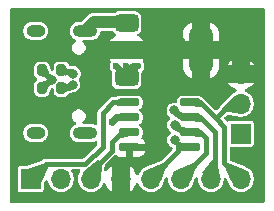
<source format=gtl>
G04 #@! TF.GenerationSoftware,KiCad,Pcbnew,9.0.3*
G04 #@! TF.CreationDate,2025-08-03T15:19:36-04:00*
G04 #@! TF.ProjectId,CH32V003J4M6,43483332-5630-4303-934a-344d362e6b69,rev?*
G04 #@! TF.SameCoordinates,Original*
G04 #@! TF.FileFunction,Copper,L1,Top*
G04 #@! TF.FilePolarity,Positive*
%FSLAX46Y46*%
G04 Gerber Fmt 4.6, Leading zero omitted, Abs format (unit mm)*
G04 Created by KiCad (PCBNEW 9.0.3) date 2025-08-03 15:19:36*
%MOMM*%
%LPD*%
G01*
G04 APERTURE LIST*
G04 Aperture macros list*
%AMRoundRect*
0 Rectangle with rounded corners*
0 $1 Rounding radius*
0 $2 $3 $4 $5 $6 $7 $8 $9 X,Y pos of 4 corners*
0 Add a 4 corners polygon primitive as box body*
4,1,4,$2,$3,$4,$5,$6,$7,$8,$9,$2,$3,0*
0 Add four circle primitives for the rounded corners*
1,1,$1+$1,$2,$3*
1,1,$1+$1,$4,$5*
1,1,$1+$1,$6,$7*
1,1,$1+$1,$8,$9*
0 Add four rect primitives between the rounded corners*
20,1,$1+$1,$2,$3,$4,$5,0*
20,1,$1+$1,$4,$5,$6,$7,0*
20,1,$1+$1,$6,$7,$8,$9,0*
20,1,$1+$1,$8,$9,$2,$3,0*%
G04 Aperture macros list end*
G04 #@! TA.AperFunction,SMDPad,CuDef*
%ADD10RoundRect,0.375000X-0.625000X-0.375000X0.625000X-0.375000X0.625000X0.375000X-0.625000X0.375000X0*%
G04 #@! TD*
G04 #@! TA.AperFunction,SMDPad,CuDef*
%ADD11RoundRect,0.500000X-0.500000X-1.400000X0.500000X-1.400000X0.500000X1.400000X-0.500000X1.400000X0*%
G04 #@! TD*
G04 #@! TA.AperFunction,SMDPad,CuDef*
%ADD12RoundRect,0.200000X0.200000X0.275000X-0.200000X0.275000X-0.200000X-0.275000X0.200000X-0.275000X0*%
G04 #@! TD*
G04 #@! TA.AperFunction,ComponentPad*
%ADD13R,1.700000X1.700000*%
G04 #@! TD*
G04 #@! TA.AperFunction,ComponentPad*
%ADD14O,1.700000X1.700000*%
G04 #@! TD*
G04 #@! TA.AperFunction,SMDPad,CuDef*
%ADD15RoundRect,0.150000X-0.725000X-0.150000X0.725000X-0.150000X0.725000X0.150000X-0.725000X0.150000X0*%
G04 #@! TD*
G04 #@! TA.AperFunction,ComponentPad*
%ADD16O,1.600000X1.000000*%
G04 #@! TD*
G04 #@! TA.AperFunction,ComponentPad*
%ADD17O,2.100000X1.000000*%
G04 #@! TD*
G04 #@! TA.AperFunction,ViaPad*
%ADD18C,0.600000*%
G04 #@! TD*
G04 #@! TA.AperFunction,ViaPad*
%ADD19C,0.800000*%
G04 #@! TD*
G04 #@! TA.AperFunction,Conductor*
%ADD20C,0.400000*%
G04 #@! TD*
G04 #@! TA.AperFunction,Conductor*
%ADD21C,0.250000*%
G04 #@! TD*
G04 #@! TA.AperFunction,Conductor*
%ADD22C,0.600000*%
G04 #@! TD*
G04 #@! TA.AperFunction,Conductor*
%ADD23C,1.000000*%
G04 #@! TD*
G04 #@! TA.AperFunction,Conductor*
%ADD24C,0.550000*%
G04 #@! TD*
G04 APERTURE END LIST*
D10*
X150868733Y-97308112D03*
X150868733Y-99608112D03*
D11*
X157168733Y-99608112D03*
D10*
X150868733Y-101908112D03*
D12*
X145351000Y-102800000D03*
X143701000Y-102800000D03*
D13*
X160528000Y-106665000D03*
D14*
X160528000Y-104125000D03*
X160528000Y-101585000D03*
D12*
X145351000Y-101300000D03*
X143701000Y-101300000D03*
D13*
X142748000Y-110490000D03*
D14*
X145288000Y-110490000D03*
X147828000Y-110490000D03*
X150368000Y-110490000D03*
X152908000Y-110490000D03*
X155448000Y-110490000D03*
X157988000Y-110490000D03*
X160528000Y-110490000D03*
D15*
X151095000Y-104013000D03*
X151095000Y-105283000D03*
X151095000Y-106553000D03*
X151095000Y-107823000D03*
X156245000Y-107823000D03*
X156245000Y-106553000D03*
X156245000Y-105283000D03*
X156245000Y-104013000D03*
D16*
X143170000Y-106609966D03*
D17*
X147350000Y-106609966D03*
D16*
X143170000Y-97969966D03*
D17*
X147350000Y-97969966D03*
D18*
X149606000Y-105664000D03*
D19*
X144554521Y-102109127D03*
X154940000Y-107188000D03*
X154940000Y-105918000D03*
X154900000Y-104700000D03*
X146294640Y-102503437D03*
X146327000Y-101577000D03*
D18*
X155500000Y-99475000D03*
X155550000Y-98850000D03*
X155500000Y-100100000D03*
X150800000Y-100900000D03*
X150002000Y-100948000D03*
X151830429Y-100948000D03*
D20*
X148844000Y-107756000D02*
X147380000Y-109220000D01*
X151095000Y-104013000D02*
X149733000Y-104013000D01*
X147380000Y-109220000D02*
X144018000Y-109220000D01*
X144018000Y-109220000D02*
X142748000Y-110490000D01*
X149733000Y-104013000D02*
X148844000Y-104902000D01*
X148844000Y-104902000D02*
X148844000Y-107756000D01*
X149600000Y-107400000D02*
X150447000Y-106553000D01*
X150447000Y-106553000D02*
X151095000Y-106553000D01*
X149600000Y-108100000D02*
X149600000Y-107400000D01*
X147828000Y-110490000D02*
X147828000Y-109872000D01*
X147828000Y-109872000D02*
X149600000Y-108100000D01*
D21*
X144524873Y-102109127D02*
X143701000Y-102933000D01*
D22*
X151095000Y-105283000D02*
X149987000Y-105283000D01*
D23*
X150850000Y-97200000D02*
X148119966Y-97200000D01*
D21*
X144554521Y-102109127D02*
X144524873Y-102109127D01*
X143701000Y-101283000D02*
X143701000Y-101092000D01*
D22*
X149987000Y-105283000D02*
X149606000Y-105664000D01*
D21*
X144527127Y-102109127D02*
X143701000Y-101283000D01*
D23*
X148119966Y-97200000D02*
X147350000Y-97969966D01*
D21*
X144554521Y-102109127D02*
X144527127Y-102109127D01*
X143701000Y-102933000D02*
X143701000Y-103124000D01*
D20*
X155623000Y-107823000D02*
X156245000Y-107823000D01*
X155300000Y-107500000D02*
X155223000Y-107577000D01*
X155300000Y-107500000D02*
X155623000Y-107823000D01*
X155223000Y-107577000D02*
X155223000Y-108175000D01*
X155252000Y-107500000D02*
X154940000Y-107188000D01*
X155223000Y-108175000D02*
X152908000Y-110490000D01*
X155300000Y-107500000D02*
X155252000Y-107500000D01*
D21*
X154940000Y-105918000D02*
X154940000Y-106140000D01*
D20*
X156245000Y-106553000D02*
X157099000Y-106553000D01*
X157600000Y-107054000D02*
X157600000Y-108338000D01*
X157099000Y-106553000D02*
X157600000Y-107054000D01*
X155575000Y-106553000D02*
X156245000Y-106553000D01*
X154940000Y-105918000D02*
X155575000Y-106553000D01*
X157600000Y-108338000D02*
X155448000Y-110490000D01*
X154900000Y-104700000D02*
X155483000Y-105283000D01*
X155483000Y-105283000D02*
X156245000Y-105283000D01*
X156245000Y-105283000D02*
X157099000Y-105283000D01*
X158350000Y-110128000D02*
X157988000Y-110490000D01*
X157099000Y-105283000D02*
X158350000Y-106534000D01*
D21*
X154900000Y-104700000D02*
X154900000Y-104900000D01*
D20*
X158350000Y-106534000D02*
X158350000Y-110128000D01*
X159150000Y-109112000D02*
X159150000Y-106064000D01*
X157099000Y-104013000D02*
X156521751Y-104013000D01*
X158438000Y-105352000D02*
X157099000Y-104013000D01*
X159150000Y-106064000D02*
X158438000Y-105352000D01*
X159650000Y-104140000D02*
X158438000Y-105352000D01*
D21*
X156372000Y-104140000D02*
X156245000Y-104013000D01*
D20*
X160528000Y-110490000D02*
X159150000Y-109112000D01*
D21*
X156521751Y-104013000D02*
X156245000Y-104013000D01*
X160528000Y-104140000D02*
X159650000Y-104140000D01*
X146294640Y-102503437D02*
X146294640Y-102546052D01*
X146294640Y-102546052D02*
X145970692Y-102870000D01*
X145605000Y-102870000D02*
X145351000Y-103124000D01*
X145970692Y-102870000D02*
X145097000Y-102870000D01*
X146327000Y-101577000D02*
X146127000Y-101577000D01*
X146127000Y-101577000D02*
X145896000Y-101346000D01*
X145896000Y-101346000D02*
X145097000Y-101346000D01*
X145605000Y-101346000D02*
X145351000Y-101092000D01*
D24*
X157050000Y-99600000D02*
X157150000Y-99500000D01*
X155500000Y-99475000D02*
X155625000Y-99600000D01*
X155625000Y-99600000D02*
X157050000Y-99600000D01*
X150002000Y-100948000D02*
X150002000Y-100952000D01*
X151830429Y-100948000D02*
X151402000Y-100948000D01*
X150850000Y-101500000D02*
X150850000Y-101800000D01*
X150002000Y-100952000D02*
X150850000Y-101800000D01*
X150800000Y-100900000D02*
X150868733Y-100968733D01*
X151402000Y-100948000D02*
X150850000Y-101500000D01*
X150850000Y-101889379D02*
X150850000Y-101800000D01*
X150868733Y-101908112D02*
X150850000Y-101889379D01*
X150868733Y-100968733D02*
X150868733Y-101908112D01*
G04 #@! TA.AperFunction,Conductor*
G36*
X157123513Y-106435777D02*
G01*
X157460657Y-106637012D01*
X157466003Y-106644193D01*
X157464705Y-106653054D01*
X157462932Y-106655330D01*
X157194513Y-106923749D01*
X157186240Y-106927176D01*
X157185348Y-106927142D01*
X156227586Y-106853908D01*
X156219598Y-106849860D01*
X156216812Y-106841350D01*
X156216817Y-106841289D01*
X156243414Y-106561533D01*
X156247608Y-106553622D01*
X156253490Y-106551047D01*
X157115946Y-106434229D01*
X157123513Y-106435777D01*
G37*
G04 #@! TD.AperFunction*
G04 #@! TA.AperFunction,Conductor*
G36*
X153958860Y-109161032D02*
G01*
X153962618Y-109163553D01*
X154234446Y-109435381D01*
X154237873Y-109443654D01*
X154236998Y-109448094D01*
X153745319Y-110646921D01*
X153739009Y-110653275D01*
X153732223Y-110653958D01*
X152914978Y-110492227D01*
X152907527Y-110487260D01*
X152905772Y-110483021D01*
X152898406Y-110445801D01*
X152744041Y-109665774D01*
X152745796Y-109656995D01*
X152751076Y-109652681D01*
X153949906Y-109161001D01*
X153958860Y-109161032D01*
G37*
G04 #@! TD.AperFunction*
G04 #@! TA.AperFunction,Conductor*
G36*
X162492539Y-96042185D02*
G01*
X162538294Y-96094989D01*
X162549500Y-96146500D01*
X162549500Y-112387500D01*
X162529815Y-112454539D01*
X162477011Y-112500294D01*
X162425500Y-112511500D01*
X141104500Y-112511500D01*
X141037461Y-112491815D01*
X140991706Y-112439011D01*
X140980500Y-112387500D01*
X140980500Y-109615321D01*
X141647500Y-109615321D01*
X141647500Y-111364678D01*
X141662032Y-111437735D01*
X141662033Y-111437739D01*
X141662034Y-111437740D01*
X141717399Y-111520601D01*
X141800260Y-111575966D01*
X141800264Y-111575967D01*
X141873321Y-111590499D01*
X141873324Y-111590500D01*
X141873326Y-111590500D01*
X143622676Y-111590500D01*
X143622677Y-111590499D01*
X143695740Y-111575966D01*
X143778601Y-111520601D01*
X143833966Y-111437740D01*
X143848500Y-111364674D01*
X143848500Y-110981843D01*
X143859872Y-110929969D01*
X143870001Y-110907977D01*
X143974195Y-110681750D01*
X144020119Y-110629095D01*
X144087222Y-110609626D01*
X144154197Y-110629526D01*
X144199782Y-110682476D01*
X144209296Y-110714227D01*
X144213864Y-110743071D01*
X144214598Y-110747701D01*
X144268127Y-110912445D01*
X144346768Y-111066788D01*
X144448586Y-111206928D01*
X144571072Y-111329414D01*
X144711212Y-111431232D01*
X144865555Y-111509873D01*
X145030299Y-111563402D01*
X145201389Y-111590500D01*
X145201390Y-111590500D01*
X145374610Y-111590500D01*
X145374611Y-111590500D01*
X145545701Y-111563402D01*
X145710445Y-111509873D01*
X145864788Y-111431232D01*
X146004928Y-111329414D01*
X146127414Y-111206928D01*
X146229232Y-111066788D01*
X146307873Y-110912445D01*
X146361402Y-110747701D01*
X146388500Y-110576611D01*
X146388500Y-110403389D01*
X146361402Y-110232299D01*
X146307873Y-110067555D01*
X146229232Y-109913212D01*
X146195936Y-109867385D01*
X146172457Y-109801580D01*
X146188282Y-109733526D01*
X146238388Y-109684831D01*
X146296255Y-109670500D01*
X146819745Y-109670500D01*
X146886784Y-109690185D01*
X146932539Y-109742989D01*
X146942483Y-109812147D01*
X146920063Y-109867386D01*
X146886768Y-109913211D01*
X146808128Y-110067552D01*
X146754597Y-110232302D01*
X146727500Y-110403389D01*
X146727500Y-110576610D01*
X146753864Y-110743071D01*
X146754598Y-110747701D01*
X146808127Y-110912445D01*
X146886768Y-111066788D01*
X146988586Y-111206928D01*
X147111072Y-111329414D01*
X147251212Y-111431232D01*
X147405555Y-111509873D01*
X147570299Y-111563402D01*
X147741389Y-111590500D01*
X147741390Y-111590500D01*
X147914610Y-111590500D01*
X147914611Y-111590500D01*
X148085701Y-111563402D01*
X148250445Y-111509873D01*
X148404788Y-111431232D01*
X148544928Y-111329414D01*
X148667414Y-111206928D01*
X148769232Y-111066788D01*
X148847873Y-110912445D01*
X148848896Y-110909294D01*
X148849610Y-110908250D01*
X148849734Y-110907952D01*
X148849796Y-110907977D01*
X148888327Y-110851618D01*
X148952683Y-110824415D01*
X149021530Y-110836323D01*
X149073011Y-110883562D01*
X149084760Y-110909287D01*
X149116904Y-111008217D01*
X149213379Y-111197557D01*
X149338272Y-111369459D01*
X149338276Y-111369464D01*
X149488533Y-111519721D01*
X149618000Y-111613783D01*
X149618000Y-110424174D01*
X149868000Y-110424174D01*
X149868000Y-110555826D01*
X149902075Y-110682993D01*
X149967901Y-110797007D01*
X150060993Y-110890099D01*
X150175007Y-110955925D01*
X150302174Y-110990000D01*
X150433826Y-110990000D01*
X150560993Y-110955925D01*
X150675007Y-110890099D01*
X150768099Y-110797007D01*
X150833925Y-110682993D01*
X150868000Y-110555826D01*
X150868000Y-110424174D01*
X150833925Y-110297007D01*
X150768099Y-110182993D01*
X150675007Y-110089901D01*
X150560993Y-110024075D01*
X150433826Y-109990000D01*
X150302174Y-109990000D01*
X150175007Y-110024075D01*
X150060993Y-110089901D01*
X149967901Y-110182993D01*
X149902075Y-110297007D01*
X149868000Y-110424174D01*
X149618000Y-110424174D01*
X149618000Y-109366215D01*
X151118000Y-109366215D01*
X151118000Y-111613782D01*
X151247466Y-111519721D01*
X151397723Y-111369464D01*
X151397727Y-111369459D01*
X151522620Y-111197557D01*
X151619096Y-111008215D01*
X151651239Y-110909288D01*
X151690676Y-110851612D01*
X151755034Y-110824413D01*
X151823880Y-110836327D01*
X151875357Y-110883571D01*
X151887100Y-110909284D01*
X151888127Y-110912446D01*
X151927643Y-110990000D01*
X151966768Y-111066788D01*
X152068586Y-111206928D01*
X152191072Y-111329414D01*
X152331212Y-111431232D01*
X152485555Y-111509873D01*
X152650299Y-111563402D01*
X152821389Y-111590500D01*
X152821390Y-111590500D01*
X152994610Y-111590500D01*
X152994611Y-111590500D01*
X153165701Y-111563402D01*
X153330445Y-111509873D01*
X153484788Y-111431232D01*
X153624928Y-111329414D01*
X153747414Y-111206928D01*
X153849232Y-111066788D01*
X153927873Y-110912445D01*
X153981402Y-110747701D01*
X153981403Y-110747697D01*
X153982909Y-110743062D01*
X153983040Y-110743104D01*
X153986805Y-110731447D01*
X154006901Y-110682450D01*
X154108774Y-110434058D01*
X154152425Y-110379503D01*
X154218642Y-110357207D01*
X154286401Y-110374250D01*
X154334190Y-110425221D01*
X154347500Y-110481112D01*
X154347500Y-110576610D01*
X154373864Y-110743071D01*
X154374598Y-110747701D01*
X154428127Y-110912445D01*
X154506768Y-111066788D01*
X154608586Y-111206928D01*
X154731072Y-111329414D01*
X154871212Y-111431232D01*
X155025555Y-111509873D01*
X155190299Y-111563402D01*
X155361389Y-111590500D01*
X155361390Y-111590500D01*
X155534610Y-111590500D01*
X155534611Y-111590500D01*
X155705701Y-111563402D01*
X155870445Y-111509873D01*
X156024788Y-111431232D01*
X156164928Y-111329414D01*
X156287414Y-111206928D01*
X156389232Y-111066788D01*
X156467873Y-110912445D01*
X156521402Y-110747701D01*
X156521403Y-110747697D01*
X156522909Y-110743062D01*
X156523040Y-110743104D01*
X156526805Y-110731447D01*
X156546901Y-110682450D01*
X156648774Y-110434058D01*
X156692425Y-110379503D01*
X156758642Y-110357207D01*
X156826401Y-110374250D01*
X156874190Y-110425221D01*
X156887500Y-110481112D01*
X156887500Y-110576610D01*
X156913864Y-110743071D01*
X156914598Y-110747701D01*
X156968127Y-110912445D01*
X157046768Y-111066788D01*
X157148586Y-111206928D01*
X157271072Y-111329414D01*
X157411212Y-111431232D01*
X157565555Y-111509873D01*
X157730299Y-111563402D01*
X157901389Y-111590500D01*
X157901390Y-111590500D01*
X158074610Y-111590500D01*
X158074611Y-111590500D01*
X158245701Y-111563402D01*
X158410445Y-111509873D01*
X158564788Y-111431232D01*
X158704928Y-111329414D01*
X158827414Y-111206928D01*
X158929232Y-111066788D01*
X159007873Y-110912445D01*
X159061402Y-110747701D01*
X159088500Y-110576611D01*
X159088500Y-110481118D01*
X159108185Y-110414079D01*
X159160989Y-110368324D01*
X159230147Y-110358380D01*
X159293703Y-110387405D01*
X159327226Y-110434065D01*
X159449198Y-110731463D01*
X159452962Y-110743113D01*
X159453094Y-110743071D01*
X159454597Y-110747697D01*
X159454598Y-110747701D01*
X159508127Y-110912445D01*
X159586768Y-111066788D01*
X159688586Y-111206928D01*
X159811072Y-111329414D01*
X159951212Y-111431232D01*
X160105555Y-111509873D01*
X160270299Y-111563402D01*
X160441389Y-111590500D01*
X160441390Y-111590500D01*
X160614610Y-111590500D01*
X160614611Y-111590500D01*
X160785701Y-111563402D01*
X160950445Y-111509873D01*
X161104788Y-111431232D01*
X161244928Y-111329414D01*
X161367414Y-111206928D01*
X161469232Y-111066788D01*
X161547873Y-110912445D01*
X161601402Y-110747701D01*
X161628500Y-110576611D01*
X161628500Y-110403389D01*
X161601402Y-110232299D01*
X161547873Y-110067555D01*
X161469232Y-109913212D01*
X161367414Y-109773072D01*
X161244928Y-109650586D01*
X161104788Y-109548768D01*
X160950445Y-109470127D01*
X160785701Y-109416598D01*
X160785698Y-109416597D01*
X160781071Y-109415094D01*
X160781113Y-109414962D01*
X160769463Y-109411198D01*
X159677447Y-108963326D01*
X159622891Y-108919675D01*
X159600595Y-108853458D01*
X159600500Y-108848600D01*
X159600500Y-107889500D01*
X159620185Y-107822461D01*
X159672989Y-107776706D01*
X159724500Y-107765500D01*
X161402676Y-107765500D01*
X161402677Y-107765499D01*
X161475740Y-107750966D01*
X161558601Y-107695601D01*
X161613966Y-107612740D01*
X161628500Y-107539674D01*
X161628500Y-105790326D01*
X161628500Y-105790323D01*
X161628499Y-105790321D01*
X161613967Y-105717264D01*
X161613966Y-105717260D01*
X161613289Y-105716247D01*
X161558601Y-105634399D01*
X161503235Y-105597405D01*
X161475739Y-105579033D01*
X161475735Y-105579032D01*
X161402677Y-105564500D01*
X161402674Y-105564500D01*
X159653326Y-105564500D01*
X159653323Y-105564500D01*
X159580264Y-105579032D01*
X159580257Y-105579035D01*
X159498148Y-105633897D01*
X159431470Y-105654774D01*
X159364090Y-105636288D01*
X159341578Y-105618475D01*
X159162783Y-105439680D01*
X159158444Y-105431734D01*
X159151197Y-105426309D01*
X159141962Y-105401550D01*
X159129298Y-105378357D01*
X159129943Y-105369326D01*
X159126780Y-105360844D01*
X159132396Y-105335023D01*
X159134282Y-105308665D01*
X159140100Y-105299610D01*
X159141632Y-105292572D01*
X159162775Y-105264327D01*
X159269697Y-105157404D01*
X159331018Y-105123922D01*
X159369018Y-105121636D01*
X160327675Y-105212047D01*
X160332542Y-105211673D01*
X160361427Y-105212834D01*
X160441389Y-105225500D01*
X160441391Y-105225500D01*
X160614610Y-105225500D01*
X160614611Y-105225500D01*
X160785701Y-105198402D01*
X160950445Y-105144873D01*
X161104788Y-105066232D01*
X161244928Y-104964414D01*
X161367414Y-104841928D01*
X161469232Y-104701788D01*
X161547873Y-104547445D01*
X161601402Y-104382701D01*
X161628500Y-104211611D01*
X161628500Y-104038389D01*
X161601402Y-103867299D01*
X161547873Y-103702555D01*
X161469232Y-103548212D01*
X161367414Y-103408072D01*
X161244928Y-103285586D01*
X161104788Y-103183768D01*
X161091271Y-103176881D01*
X160950446Y-103105127D01*
X160947284Y-103104100D01*
X160946236Y-103103383D01*
X160945952Y-103103266D01*
X160945976Y-103103206D01*
X160889609Y-103064661D01*
X160862413Y-103000302D01*
X160874329Y-102931456D01*
X160921574Y-102879981D01*
X160947288Y-102868239D01*
X161046215Y-102836096D01*
X161235557Y-102739620D01*
X161407459Y-102614727D01*
X161407464Y-102614723D01*
X161557721Y-102464466D01*
X161651783Y-102335000D01*
X159404217Y-102335000D01*
X159498278Y-102464466D01*
X159648535Y-102614723D01*
X159648540Y-102614727D01*
X159820442Y-102739620D01*
X160009784Y-102836096D01*
X160108711Y-102868239D01*
X160166387Y-102907676D01*
X160193586Y-102972034D01*
X160181672Y-103040881D01*
X160134428Y-103092357D01*
X160108722Y-103104097D01*
X160107522Y-103104487D01*
X160105550Y-103105128D01*
X159951211Y-103183768D01*
X159871256Y-103241859D01*
X159811072Y-103285586D01*
X159811070Y-103285588D01*
X159811069Y-103285588D01*
X159688588Y-103408069D01*
X159688583Y-103408075D01*
X159649696Y-103461597D01*
X159634564Y-103477948D01*
X159634731Y-103478109D01*
X158762897Y-104382687D01*
X158762888Y-104382700D01*
X158756526Y-104392512D01*
X158740164Y-104412731D01*
X158525680Y-104627215D01*
X158464357Y-104660700D01*
X158394665Y-104655716D01*
X158350318Y-104627215D01*
X157375616Y-103652513D01*
X157375614Y-103652511D01*
X157272887Y-103593201D01*
X157272885Y-103593200D01*
X157272133Y-103592766D01*
X157246451Y-103573059D01*
X157208346Y-103534953D01*
X157208344Y-103534952D01*
X157208342Y-103534950D01*
X157100735Y-103480121D01*
X157095301Y-103477352D01*
X157001524Y-103462500D01*
X155488482Y-103462500D01*
X155409017Y-103475086D01*
X155394696Y-103477354D01*
X155281658Y-103534950D01*
X155281657Y-103534951D01*
X155281652Y-103534954D01*
X155191954Y-103624652D01*
X155191951Y-103624657D01*
X155134352Y-103737698D01*
X155119500Y-103831475D01*
X155119500Y-103929322D01*
X155099815Y-103996361D01*
X155047011Y-104042116D01*
X154977853Y-104052060D01*
X154971313Y-104050940D01*
X154964072Y-104049500D01*
X154964069Y-104049500D01*
X154835931Y-104049500D01*
X154835929Y-104049500D01*
X154710261Y-104074497D01*
X154710255Y-104074499D01*
X154591875Y-104123533D01*
X154591866Y-104123538D01*
X154485331Y-104194723D01*
X154485327Y-104194726D01*
X154394726Y-104285327D01*
X154394723Y-104285331D01*
X154323538Y-104391866D01*
X154323533Y-104391875D01*
X154274499Y-104510255D01*
X154274497Y-104510261D01*
X154249500Y-104635928D01*
X154249500Y-104635931D01*
X154249500Y-104764069D01*
X154249500Y-104764071D01*
X154249499Y-104764071D01*
X154274497Y-104889738D01*
X154274499Y-104889744D01*
X154323533Y-105008124D01*
X154323538Y-105008133D01*
X154394723Y-105114668D01*
X154394726Y-105114672D01*
X154485327Y-105205273D01*
X154485331Y-105205276D01*
X154508034Y-105220446D01*
X154552839Y-105274058D01*
X154561546Y-105343383D01*
X154531392Y-105406411D01*
X154526825Y-105411229D01*
X154434723Y-105503331D01*
X154363538Y-105609866D01*
X154363533Y-105609875D01*
X154314499Y-105728255D01*
X154314497Y-105728261D01*
X154289500Y-105853928D01*
X154289500Y-105853931D01*
X154289500Y-105982069D01*
X154289500Y-105982071D01*
X154289499Y-105982071D01*
X154314497Y-106107738D01*
X154314499Y-106107744D01*
X154363533Y-106226124D01*
X154363538Y-106226133D01*
X154434723Y-106332668D01*
X154434726Y-106332672D01*
X154525327Y-106423273D01*
X154525332Y-106423277D01*
X154565171Y-106449896D01*
X154609977Y-106503507D01*
X154618686Y-106572832D01*
X154588532Y-106635860D01*
X154565174Y-106656100D01*
X154525334Y-106682721D01*
X154525327Y-106682726D01*
X154434726Y-106773327D01*
X154434723Y-106773331D01*
X154363538Y-106879866D01*
X154363533Y-106879875D01*
X154314499Y-106998255D01*
X154314497Y-106998261D01*
X154289500Y-107123928D01*
X154289500Y-107123931D01*
X154289500Y-107252069D01*
X154289500Y-107252071D01*
X154289499Y-107252071D01*
X154314497Y-107377738D01*
X154314499Y-107377744D01*
X154363533Y-107496124D01*
X154363538Y-107496133D01*
X154434723Y-107602668D01*
X154434726Y-107602672D01*
X154525327Y-107693273D01*
X154525331Y-107693276D01*
X154631866Y-107764461D01*
X154631875Y-107764466D01*
X154695953Y-107791008D01*
X154711518Y-107803551D01*
X154729703Y-107811856D01*
X154738167Y-107825026D01*
X154750356Y-107834849D01*
X154756668Y-107853816D01*
X154767477Y-107870634D01*
X154771439Y-107898194D01*
X154772421Y-107901143D01*
X154772500Y-107905569D01*
X154772500Y-107937034D01*
X154752815Y-108004073D01*
X154736181Y-108024715D01*
X153842298Y-108918597D01*
X153801670Y-108945642D01*
X152666533Y-109411199D01*
X152654886Y-109414963D01*
X152654929Y-109415094D01*
X152650301Y-109416597D01*
X152650299Y-109416598D01*
X152485555Y-109470127D01*
X152485552Y-109470128D01*
X152485550Y-109470129D01*
X152331211Y-109548768D01*
X152297441Y-109573304D01*
X152191072Y-109650586D01*
X152191070Y-109650588D01*
X152191069Y-109650588D01*
X152068588Y-109773069D01*
X152068588Y-109773070D01*
X152068586Y-109773072D01*
X152051433Y-109796681D01*
X151966768Y-109913211D01*
X151888128Y-110067550D01*
X151887099Y-110070720D01*
X151886381Y-110071769D01*
X151886266Y-110072048D01*
X151886207Y-110072023D01*
X151847657Y-110128393D01*
X151783297Y-110155587D01*
X151714451Y-110143668D01*
X151662979Y-110096420D01*
X151651239Y-110070711D01*
X151619096Y-109971784D01*
X151522620Y-109782442D01*
X151397727Y-109610540D01*
X151397723Y-109610535D01*
X151247468Y-109460280D01*
X151118000Y-109366215D01*
X149618000Y-109366215D01*
X149617999Y-109366215D01*
X149488532Y-109460280D01*
X149488531Y-109460280D01*
X149338276Y-109610535D01*
X149338272Y-109610540D01*
X149214686Y-109780642D01*
X149159356Y-109823308D01*
X149089743Y-109829287D01*
X149027948Y-109796681D01*
X148993590Y-109735842D01*
X148990725Y-109698357D01*
X149016216Y-109363198D01*
X149040927Y-109297848D01*
X149052170Y-109284931D01*
X149823758Y-108513344D01*
X149885075Y-108479863D01*
X149954766Y-108484847D01*
X149974554Y-108494297D01*
X150109803Y-108574282D01*
X150109806Y-108574283D01*
X150267504Y-108620099D01*
X150267510Y-108620100D01*
X150304350Y-108622999D01*
X150304366Y-108623000D01*
X150795000Y-108623000D01*
X151395000Y-108623000D01*
X151885634Y-108623000D01*
X151885649Y-108622999D01*
X151922489Y-108620100D01*
X151922495Y-108620099D01*
X152080193Y-108574283D01*
X152080196Y-108574282D01*
X152221552Y-108490685D01*
X152221561Y-108490678D01*
X152337678Y-108374561D01*
X152337685Y-108374552D01*
X152421281Y-108233198D01*
X152453296Y-108123000D01*
X151395000Y-108123000D01*
X151395000Y-108623000D01*
X150795000Y-108623000D01*
X150795000Y-107947000D01*
X150814685Y-107879961D01*
X150867489Y-107834206D01*
X150919000Y-107823000D01*
X151095000Y-107823000D01*
X151095000Y-107647000D01*
X151114685Y-107579961D01*
X151167489Y-107534206D01*
X151219000Y-107523000D01*
X152453296Y-107523000D01*
X152421281Y-107412801D01*
X152337685Y-107271447D01*
X152337678Y-107271438D01*
X152221561Y-107155321D01*
X152221553Y-107155315D01*
X152178507Y-107129858D01*
X152130824Y-107078789D01*
X152118320Y-107010048D01*
X152143152Y-106949852D01*
X152142311Y-106949241D01*
X152144841Y-106945758D01*
X152144965Y-106945458D01*
X152145460Y-106944906D01*
X152148042Y-106941349D01*
X152148050Y-106941342D01*
X152205646Y-106828304D01*
X152205646Y-106828302D01*
X152205647Y-106828301D01*
X152220499Y-106734524D01*
X152220500Y-106734519D01*
X152220499Y-106371482D01*
X152205646Y-106277696D01*
X152148050Y-106164658D01*
X152148046Y-106164654D01*
X152148045Y-106164652D01*
X152058347Y-106074954D01*
X152058343Y-106074951D01*
X152058342Y-106074950D01*
X151993869Y-106042099D01*
X151967147Y-106028483D01*
X151916352Y-105980509D01*
X151899557Y-105912687D01*
X151922095Y-105846553D01*
X151967145Y-105807517D01*
X152058342Y-105761050D01*
X152148050Y-105671342D01*
X152205646Y-105558304D01*
X152205646Y-105558302D01*
X152205647Y-105558301D01*
X152220499Y-105464524D01*
X152220500Y-105464519D01*
X152220499Y-105101482D01*
X152205646Y-105007696D01*
X152148050Y-104894658D01*
X152148046Y-104894654D01*
X152148045Y-104894652D01*
X152058347Y-104804954D01*
X152058343Y-104804951D01*
X152058342Y-104804950D01*
X152055599Y-104803552D01*
X151967147Y-104758483D01*
X151916352Y-104710509D01*
X151899557Y-104642687D01*
X151922095Y-104576553D01*
X151967145Y-104537517D01*
X152058342Y-104491050D01*
X152148050Y-104401342D01*
X152205646Y-104288304D01*
X152205646Y-104288302D01*
X152205647Y-104288301D01*
X152220467Y-104194726D01*
X152220500Y-104194519D01*
X152220499Y-103831482D01*
X152205646Y-103737696D01*
X152148050Y-103624658D01*
X152148046Y-103624654D01*
X152148045Y-103624652D01*
X152058347Y-103534954D01*
X152058344Y-103534952D01*
X152058342Y-103534950D01*
X151950735Y-103480121D01*
X151945301Y-103477352D01*
X151851524Y-103462500D01*
X150338481Y-103462500D01*
X150259005Y-103475087D01*
X150259004Y-103475086D01*
X150254181Y-103475850D01*
X150252988Y-103475944D01*
X150251558Y-103476265D01*
X150247601Y-103476893D01*
X150247600Y-103476892D01*
X150244355Y-103477407D01*
X150234470Y-103480121D01*
X149882846Y-103559459D01*
X149855554Y-103562500D01*
X149673691Y-103562500D01*
X149583325Y-103586713D01*
X149583324Y-103586712D01*
X149559115Y-103593200D01*
X149559106Y-103593204D01*
X149456392Y-103652505D01*
X149456384Y-103652511D01*
X148483513Y-104625383D01*
X148483509Y-104625389D01*
X148424201Y-104728112D01*
X148424200Y-104728117D01*
X148393500Y-104842691D01*
X148393500Y-105816466D01*
X148373815Y-105883505D01*
X148321011Y-105929260D01*
X148251853Y-105939204D01*
X148222048Y-105931027D01*
X148118917Y-105888309D01*
X148118907Y-105888306D01*
X147973920Y-105859466D01*
X147973918Y-105859466D01*
X147253270Y-105859466D01*
X147186231Y-105839781D01*
X147140476Y-105786977D01*
X147130532Y-105717819D01*
X147159557Y-105654263D01*
X147167844Y-105646454D01*
X147167618Y-105646228D01*
X147203980Y-105609866D01*
X147280515Y-105533331D01*
X147356281Y-105402101D01*
X147395500Y-105255732D01*
X147395500Y-105104200D01*
X147356281Y-104957831D01*
X147280515Y-104826601D01*
X147173365Y-104719451D01*
X147071606Y-104660700D01*
X147042136Y-104643685D01*
X146968950Y-104624075D01*
X146895766Y-104604466D01*
X146744234Y-104604466D01*
X146597863Y-104643685D01*
X146466635Y-104719451D01*
X146466632Y-104719453D01*
X146359487Y-104826598D01*
X146359485Y-104826601D01*
X146283719Y-104957829D01*
X146254674Y-105066231D01*
X146244500Y-105104200D01*
X146244500Y-105255732D01*
X146254371Y-105292572D01*
X146283719Y-105402102D01*
X146305415Y-105439680D01*
X146359485Y-105533331D01*
X146466635Y-105640481D01*
X146546621Y-105686661D01*
X146594837Y-105737228D01*
X146608060Y-105805835D01*
X146582092Y-105870700D01*
X146532074Y-105908609D01*
X146444508Y-105944880D01*
X146444498Y-105944885D01*
X146321584Y-106027014D01*
X146321580Y-106027017D01*
X146217051Y-106131546D01*
X146217048Y-106131550D01*
X146134919Y-106254464D01*
X146134912Y-106254477D01*
X146078343Y-106391048D01*
X146078340Y-106391058D01*
X146049500Y-106536045D01*
X146049500Y-106536048D01*
X146049500Y-106683884D01*
X146049500Y-106683886D01*
X146049499Y-106683886D01*
X146078340Y-106828873D01*
X146078343Y-106828883D01*
X146134912Y-106965454D01*
X146134919Y-106965467D01*
X146217048Y-107088381D01*
X146217051Y-107088385D01*
X146321580Y-107192914D01*
X146321584Y-107192917D01*
X146444498Y-107275046D01*
X146444511Y-107275053D01*
X146581082Y-107331622D01*
X146581087Y-107331624D01*
X146581091Y-107331624D01*
X146581092Y-107331625D01*
X146726079Y-107360466D01*
X146726082Y-107360466D01*
X147973920Y-107360466D01*
X148072155Y-107340925D01*
X148118913Y-107331624D01*
X148222048Y-107288903D01*
X148254676Y-107285395D01*
X148287147Y-107280727D01*
X148289234Y-107281680D01*
X148291516Y-107281435D01*
X148320854Y-107296120D01*
X148350703Y-107309752D01*
X148351943Y-107311682D01*
X148353996Y-107312710D01*
X148370736Y-107340925D01*
X148388477Y-107368530D01*
X148388912Y-107371559D01*
X148389648Y-107372799D01*
X148393500Y-107403465D01*
X148393500Y-107518034D01*
X148373815Y-107585073D01*
X148357181Y-107605715D01*
X147229716Y-108733181D01*
X147168393Y-108766666D01*
X147142035Y-108769500D01*
X143958691Y-108769500D01*
X143868325Y-108793713D01*
X143868324Y-108793712D01*
X143844116Y-108800199D01*
X143844113Y-108800200D01*
X143741386Y-108859511D01*
X143741382Y-108859514D01*
X143654903Y-108945992D01*
X143606929Y-108975781D01*
X142402238Y-109382971D01*
X142362532Y-109389500D01*
X141873323Y-109389500D01*
X141800264Y-109404032D01*
X141800260Y-109404033D01*
X141717399Y-109459399D01*
X141662033Y-109542260D01*
X141662032Y-109542264D01*
X141647500Y-109615321D01*
X140980500Y-109615321D01*
X140980500Y-106683886D01*
X142119499Y-106683886D01*
X142148340Y-106828873D01*
X142148343Y-106828883D01*
X142204912Y-106965454D01*
X142204919Y-106965467D01*
X142287048Y-107088381D01*
X142287051Y-107088385D01*
X142391580Y-107192914D01*
X142391584Y-107192917D01*
X142514498Y-107275046D01*
X142514511Y-107275053D01*
X142651082Y-107331622D01*
X142651087Y-107331624D01*
X142651091Y-107331624D01*
X142651092Y-107331625D01*
X142796079Y-107360466D01*
X142796082Y-107360466D01*
X143543920Y-107360466D01*
X143642155Y-107340925D01*
X143688913Y-107331624D01*
X143810080Y-107281435D01*
X143825488Y-107275053D01*
X143825488Y-107275052D01*
X143825495Y-107275050D01*
X143948416Y-107192917D01*
X144052951Y-107088382D01*
X144135084Y-106965461D01*
X144143370Y-106945458D01*
X144170535Y-106879875D01*
X144191658Y-106828879D01*
X144220500Y-106683884D01*
X144220500Y-106536048D01*
X144220500Y-106536045D01*
X144191659Y-106391058D01*
X144191658Y-106391057D01*
X144191658Y-106391053D01*
X144191656Y-106391048D01*
X144135087Y-106254477D01*
X144135080Y-106254464D01*
X144052951Y-106131550D01*
X144052948Y-106131546D01*
X143948419Y-106027017D01*
X143948415Y-106027014D01*
X143825501Y-105944885D01*
X143825488Y-105944878D01*
X143688917Y-105888309D01*
X143688907Y-105888306D01*
X143543920Y-105859466D01*
X143543918Y-105859466D01*
X142796082Y-105859466D01*
X142796080Y-105859466D01*
X142651092Y-105888306D01*
X142651082Y-105888309D01*
X142514511Y-105944878D01*
X142514498Y-105944885D01*
X142391584Y-106027014D01*
X142391580Y-106027017D01*
X142287051Y-106131546D01*
X142287048Y-106131550D01*
X142204919Y-106254464D01*
X142204912Y-106254477D01*
X142148343Y-106391048D01*
X142148340Y-106391058D01*
X142119500Y-106536045D01*
X142119500Y-106536048D01*
X142119500Y-106683884D01*
X142119500Y-106683886D01*
X142119499Y-106683886D01*
X140980500Y-106683886D01*
X140980500Y-100970730D01*
X143050500Y-100970730D01*
X143050500Y-101629269D01*
X143053353Y-101659699D01*
X143053353Y-101659701D01*
X143098206Y-101787880D01*
X143098207Y-101787882D01*
X143178850Y-101897150D01*
X143239016Y-101941554D01*
X143250771Y-101950230D01*
X143293022Y-102005878D01*
X143298480Y-102075534D01*
X143265412Y-102137083D01*
X143250771Y-102149770D01*
X143178850Y-102202850D01*
X143098207Y-102312117D01*
X143098206Y-102312119D01*
X143053353Y-102440298D01*
X143053353Y-102440300D01*
X143050500Y-102470730D01*
X143050500Y-103129269D01*
X143053353Y-103159699D01*
X143053353Y-103159701D01*
X143097404Y-103285588D01*
X143098207Y-103287882D01*
X143178850Y-103397150D01*
X143288118Y-103477793D01*
X143301556Y-103482495D01*
X143416299Y-103522646D01*
X143446730Y-103525500D01*
X143446734Y-103525500D01*
X143955270Y-103525500D01*
X143985699Y-103522646D01*
X143985701Y-103522646D01*
X144049790Y-103500219D01*
X144113882Y-103477793D01*
X144223150Y-103397150D01*
X144303793Y-103287882D01*
X144342634Y-103176881D01*
X144348646Y-103159701D01*
X144348646Y-103159699D01*
X144351500Y-103129269D01*
X144351500Y-103100696D01*
X144355521Y-103085485D01*
X144354803Y-103072268D01*
X144367701Y-103039415D01*
X144385155Y-103008713D01*
X144456623Y-102882991D01*
X144506866Y-102834440D01*
X144515930Y-102830148D01*
X144528008Y-102825016D01*
X144597406Y-102816916D01*
X144660167Y-102847622D01*
X144696364Y-102907384D01*
X144700500Y-102939141D01*
X144700500Y-103129269D01*
X144703353Y-103159699D01*
X144703353Y-103159701D01*
X144747404Y-103285588D01*
X144748207Y-103287882D01*
X144828850Y-103397150D01*
X144938118Y-103477793D01*
X144951556Y-103482495D01*
X145066299Y-103522646D01*
X145096730Y-103525500D01*
X145096734Y-103525500D01*
X145605270Y-103525500D01*
X145635699Y-103522646D01*
X145635701Y-103522646D01*
X145699790Y-103500219D01*
X145763882Y-103477793D01*
X145873150Y-103397150D01*
X145891944Y-103371683D01*
X145892840Y-103370789D01*
X145893076Y-103370173D01*
X145918238Y-103345431D01*
X146054758Y-103245016D01*
X146096132Y-103225134D01*
X146115630Y-103219910D01*
X146163473Y-103192287D01*
X146208210Y-103176881D01*
X146396010Y-103150482D01*
X146402774Y-103149439D01*
X146403399Y-103149334D01*
X146410302Y-103148077D01*
X146419872Y-103144139D01*
X146442850Y-103137198D01*
X146484384Y-103128938D01*
X146602767Y-103079902D01*
X146709309Y-103008713D01*
X146799916Y-102918106D01*
X146871105Y-102811564D01*
X146920141Y-102693181D01*
X146945140Y-102567506D01*
X146945140Y-102439368D01*
X146945140Y-102439365D01*
X146920142Y-102313698D01*
X146920141Y-102313697D01*
X146920141Y-102313693D01*
X146871105Y-102195310D01*
X146871104Y-102195309D01*
X146871101Y-102195303D01*
X146829688Y-102133324D01*
X146808810Y-102066646D01*
X146827295Y-101999266D01*
X146829688Y-101995542D01*
X146842273Y-101976708D01*
X146903465Y-101885127D01*
X146952501Y-101766744D01*
X146973794Y-101659699D01*
X146977500Y-101641071D01*
X146977500Y-101512928D01*
X146952502Y-101387261D01*
X146952501Y-101387260D01*
X146952501Y-101387256D01*
X146910566Y-101286017D01*
X146903466Y-101268875D01*
X146903461Y-101268866D01*
X146832276Y-101162331D01*
X146832273Y-101162327D01*
X146741672Y-101071726D01*
X146741668Y-101071723D01*
X146635133Y-101000538D01*
X146635124Y-101000533D01*
X146516744Y-100951499D01*
X146516738Y-100951497D01*
X146391071Y-100926500D01*
X146391069Y-100926500D01*
X146262931Y-100926500D01*
X146262928Y-100926500D01*
X146255657Y-100927946D01*
X146237725Y-100930169D01*
X146228172Y-100930650D01*
X146224612Y-100930147D01*
X146096725Y-100937281D01*
X146096314Y-100937302D01*
X146062668Y-100929239D01*
X146028941Y-100921346D01*
X146028587Y-100921071D01*
X146028368Y-100921019D01*
X146027928Y-100920560D01*
X146000764Y-100899488D01*
X145993802Y-100892261D01*
X145983503Y-100875525D01*
X149451500Y-100875525D01*
X149451500Y-101020475D01*
X149477920Y-101119075D01*
X149489017Y-101160488D01*
X149561488Y-101286011D01*
X149561493Y-101286017D01*
X149589191Y-101313715D01*
X149622676Y-101375038D01*
X149620863Y-101428022D01*
X149622161Y-101428260D01*
X149621023Y-101434484D01*
X149618233Y-101469941D01*
X149618233Y-102346262D01*
X149618234Y-102346287D01*
X149621024Y-102381739D01*
X149665113Y-102533497D01*
X149665115Y-102533502D01*
X149745560Y-102669528D01*
X149745567Y-102669537D01*
X149857307Y-102781277D01*
X149857311Y-102781280D01*
X149857313Y-102781282D01*
X149993343Y-102861730D01*
X150145106Y-102905821D01*
X150180570Y-102908612D01*
X151556895Y-102908611D01*
X151592360Y-102905821D01*
X151744123Y-102861730D01*
X151880153Y-102781282D01*
X151991903Y-102669532D01*
X152072351Y-102533502D01*
X152116442Y-102381739D01*
X152119233Y-102346275D01*
X152119232Y-101487419D01*
X152138916Y-101420381D01*
X152162829Y-101394388D01*
X152162697Y-101394256D01*
X152165873Y-101391079D01*
X152167748Y-101389042D01*
X152168433Y-101388514D01*
X152168444Y-101388509D01*
X152270938Y-101286015D01*
X152343413Y-101160485D01*
X152368700Y-101066112D01*
X155668733Y-101066112D01*
X155679341Y-101185437D01*
X155679342Y-101185440D01*
X155735290Y-101380973D01*
X155829454Y-101561241D01*
X155957979Y-101718865D01*
X156115603Y-101847390D01*
X156295872Y-101941554D01*
X156418732Y-101976708D01*
X156418733Y-101976708D01*
X157918733Y-101976708D01*
X158041593Y-101941554D01*
X158221862Y-101847390D01*
X158379486Y-101718865D01*
X158508011Y-101561241D01*
X158529985Y-101519174D01*
X160028000Y-101519174D01*
X160028000Y-101650826D01*
X160062075Y-101777993D01*
X160127901Y-101892007D01*
X160220993Y-101985099D01*
X160335007Y-102050925D01*
X160462174Y-102085000D01*
X160593826Y-102085000D01*
X160720993Y-102050925D01*
X160835007Y-101985099D01*
X160928099Y-101892007D01*
X160993925Y-101777993D01*
X161028000Y-101650826D01*
X161028000Y-101519174D01*
X160993925Y-101392007D01*
X160928099Y-101277993D01*
X160835007Y-101184901D01*
X160720993Y-101119075D01*
X160593826Y-101085000D01*
X160462174Y-101085000D01*
X160335007Y-101119075D01*
X160220993Y-101184901D01*
X160127901Y-101277993D01*
X160062075Y-101392007D01*
X160028000Y-101519174D01*
X158529985Y-101519174D01*
X158602175Y-101380973D01*
X158658123Y-101185440D01*
X158658124Y-101185437D01*
X158668732Y-101066112D01*
X158668733Y-101066110D01*
X158668733Y-100835000D01*
X159404217Y-100835000D01*
X159778000Y-100835000D01*
X161278000Y-100835000D01*
X161651783Y-100835000D01*
X161557721Y-100705533D01*
X161407468Y-100555280D01*
X161278000Y-100461215D01*
X161278000Y-100835000D01*
X159778000Y-100835000D01*
X159778000Y-100461215D01*
X159777999Y-100461215D01*
X159648532Y-100555280D01*
X159648531Y-100555280D01*
X159498278Y-100705533D01*
X159404217Y-100835000D01*
X158668733Y-100835000D01*
X158668733Y-100358112D01*
X157918733Y-100358112D01*
X157918733Y-101976708D01*
X156418733Y-101976708D01*
X156418733Y-100358112D01*
X155668733Y-100358112D01*
X155668733Y-101066112D01*
X152368700Y-101066112D01*
X152380929Y-101020475D01*
X152380929Y-100875525D01*
X152343413Y-100735515D01*
X152277994Y-100622207D01*
X152270940Y-100609988D01*
X152270935Y-100609982D01*
X152259449Y-100598496D01*
X152225964Y-100537173D01*
X152226883Y-100480538D01*
X152257708Y-100358112D01*
X150920940Y-100358112D01*
X150888848Y-100353887D01*
X150872476Y-100349500D01*
X150872475Y-100349500D01*
X150727525Y-100349500D01*
X150727523Y-100349500D01*
X150711152Y-100353887D01*
X150679060Y-100358112D01*
X149453014Y-100358112D01*
X149502125Y-100457135D01*
X149534847Y-100497844D01*
X149561505Y-100562428D01*
X149549014Y-100631173D01*
X149545586Y-100637531D01*
X149489017Y-100735511D01*
X149489016Y-100735515D01*
X149451500Y-100875525D01*
X145983503Y-100875525D01*
X145981275Y-100871905D01*
X145980011Y-100870587D01*
X145979799Y-100869508D01*
X145966065Y-100847189D01*
X145953793Y-100812118D01*
X145873150Y-100702850D01*
X145763882Y-100622207D01*
X145763880Y-100622206D01*
X145635700Y-100577353D01*
X145605270Y-100574500D01*
X145605266Y-100574500D01*
X145096734Y-100574500D01*
X145096730Y-100574500D01*
X145066300Y-100577353D01*
X145066298Y-100577353D01*
X144938119Y-100622206D01*
X144938117Y-100622207D01*
X144828850Y-100702850D01*
X144748207Y-100812117D01*
X144748206Y-100812119D01*
X144703353Y-100940298D01*
X144703353Y-100940300D01*
X144700500Y-100970730D01*
X144700500Y-101243484D01*
X144698320Y-101250906D01*
X144699583Y-101258540D01*
X144688613Y-101283964D01*
X144680815Y-101310523D01*
X144674969Y-101315588D01*
X144671904Y-101322693D01*
X144648931Y-101338150D01*
X144628011Y-101356278D01*
X144620353Y-101357378D01*
X144613935Y-101361698D01*
X144586257Y-101362281D01*
X144558853Y-101366222D01*
X144551815Y-101363007D01*
X144544081Y-101363171D01*
X144520482Y-101348699D01*
X144495297Y-101337197D01*
X144489611Y-101329766D01*
X144484520Y-101326644D01*
X144464817Y-101297362D01*
X144363817Y-101087999D01*
X144351500Y-101034121D01*
X144351500Y-100970730D01*
X144348646Y-100940300D01*
X144348646Y-100940298D01*
X144303793Y-100812119D01*
X144303792Y-100812117D01*
X144223150Y-100702850D01*
X144113882Y-100622207D01*
X144113880Y-100622206D01*
X143985700Y-100577353D01*
X143955270Y-100574500D01*
X143955266Y-100574500D01*
X143446734Y-100574500D01*
X143446730Y-100574500D01*
X143416300Y-100577353D01*
X143416298Y-100577353D01*
X143288119Y-100622206D01*
X143288117Y-100622207D01*
X143178850Y-100702850D01*
X143098207Y-100812117D01*
X143098206Y-100812119D01*
X143053353Y-100940298D01*
X143053353Y-100940300D01*
X143050500Y-100970730D01*
X140980500Y-100970730D01*
X140980500Y-98043886D01*
X142119499Y-98043886D01*
X142148340Y-98188873D01*
X142148343Y-98188883D01*
X142204912Y-98325454D01*
X142204919Y-98325467D01*
X142287048Y-98448381D01*
X142287051Y-98448385D01*
X142391580Y-98552914D01*
X142391584Y-98552917D01*
X142514498Y-98635046D01*
X142514511Y-98635053D01*
X142651082Y-98691622D01*
X142651087Y-98691624D01*
X142651091Y-98691624D01*
X142651092Y-98691625D01*
X142796079Y-98720466D01*
X142796082Y-98720466D01*
X143543920Y-98720466D01*
X143641462Y-98701062D01*
X143688913Y-98691624D01*
X143825495Y-98635050D01*
X143948416Y-98552917D01*
X144052951Y-98448382D01*
X144135084Y-98325461D01*
X144142064Y-98308611D01*
X144161482Y-98261730D01*
X144191658Y-98188879D01*
X144215399Y-98069528D01*
X144220500Y-98043886D01*
X146049499Y-98043886D01*
X146078340Y-98188873D01*
X146078343Y-98188883D01*
X146134912Y-98325454D01*
X146134919Y-98325467D01*
X146217048Y-98448381D01*
X146217051Y-98448385D01*
X146321580Y-98552914D01*
X146321584Y-98552917D01*
X146444498Y-98635046D01*
X146444511Y-98635053D01*
X146532073Y-98671322D01*
X146586477Y-98715163D01*
X146608542Y-98781457D01*
X146591263Y-98849156D01*
X146546622Y-98893270D01*
X146466635Y-98939451D01*
X146466632Y-98939453D01*
X146359487Y-99046598D01*
X146359485Y-99046601D01*
X146283719Y-99177829D01*
X146244500Y-99324200D01*
X146244500Y-99475731D01*
X146283719Y-99622102D01*
X146321602Y-99687716D01*
X146359485Y-99753331D01*
X146466635Y-99860481D01*
X146597865Y-99936247D01*
X146744234Y-99975466D01*
X146744236Y-99975466D01*
X146895764Y-99975466D01*
X146895766Y-99975466D01*
X147042135Y-99936247D01*
X147173365Y-99860481D01*
X147280515Y-99753331D01*
X147356281Y-99622101D01*
X147395500Y-99475732D01*
X147395500Y-99324200D01*
X147356281Y-99177831D01*
X147280515Y-99046601D01*
X147173365Y-98939451D01*
X147167618Y-98933704D01*
X147169636Y-98931685D01*
X147136580Y-98886411D01*
X147132427Y-98816664D01*
X147166641Y-98755745D01*
X147228359Y-98722994D01*
X147253270Y-98720466D01*
X147973920Y-98720466D01*
X148071462Y-98701062D01*
X148118913Y-98691624D01*
X148255495Y-98635050D01*
X148378416Y-98552917D01*
X148482951Y-98448382D01*
X148565084Y-98325461D01*
X148572064Y-98308611D01*
X148591482Y-98261730D01*
X148621658Y-98188879D01*
X148629370Y-98150111D01*
X148649223Y-98050308D01*
X148681608Y-97988397D01*
X148742324Y-97953823D01*
X148770840Y-97950500D01*
X149604439Y-97950500D01*
X149671478Y-97970185D01*
X149711171Y-98011379D01*
X149745560Y-98069528D01*
X149745567Y-98069537D01*
X149857307Y-98181277D01*
X149857313Y-98181282D01*
X149905995Y-98210072D01*
X149953678Y-98261140D01*
X149966182Y-98329882D01*
X149939537Y-98394471D01*
X149897969Y-98427892D01*
X149769707Y-98491504D01*
X149621366Y-98610744D01*
X149621365Y-98610745D01*
X149502126Y-98759084D01*
X149453013Y-98858112D01*
X152284452Y-98858112D01*
X152235339Y-98759084D01*
X152116100Y-98610745D01*
X152116099Y-98610744D01*
X151967758Y-98491504D01*
X151839496Y-98427892D01*
X151788184Y-98380471D01*
X151770655Y-98312836D01*
X151792474Y-98246460D01*
X151831469Y-98210073D01*
X151880153Y-98181282D01*
X151911324Y-98150111D01*
X155668733Y-98150111D01*
X155668733Y-98858112D01*
X156418733Y-98858112D01*
X157918733Y-98858112D01*
X158668733Y-98858112D01*
X158668733Y-98150114D01*
X158668732Y-98150111D01*
X158658124Y-98030786D01*
X158658123Y-98030783D01*
X158602175Y-97835250D01*
X158508011Y-97654982D01*
X158379486Y-97497358D01*
X158221862Y-97368833D01*
X158041595Y-97274669D01*
X157918733Y-97239514D01*
X157918733Y-98858112D01*
X156418733Y-98858112D01*
X156418733Y-97239514D01*
X156295870Y-97274669D01*
X156115603Y-97368833D01*
X155957979Y-97497358D01*
X155829454Y-97654982D01*
X155735290Y-97835250D01*
X155679342Y-98030783D01*
X155679341Y-98030786D01*
X155668733Y-98150111D01*
X151911324Y-98150111D01*
X151991903Y-98069532D01*
X152072351Y-97933502D01*
X152116442Y-97781739D01*
X152119233Y-97746275D01*
X152119232Y-96869950D01*
X152116442Y-96834485D01*
X152072351Y-96682722D01*
X151991903Y-96546692D01*
X151991901Y-96546690D01*
X151991898Y-96546686D01*
X151880158Y-96434946D01*
X151880149Y-96434939D01*
X151744123Y-96354494D01*
X151744118Y-96354492D01*
X151592366Y-96310404D01*
X151592353Y-96310402D01*
X151556896Y-96307612D01*
X150180582Y-96307612D01*
X150180557Y-96307613D01*
X150145105Y-96310403D01*
X149993347Y-96354492D01*
X149993342Y-96354494D01*
X149861895Y-96432232D01*
X149798774Y-96449500D01*
X148046046Y-96449500D01*
X147901058Y-96478340D01*
X147901048Y-96478343D01*
X147764477Y-96534912D01*
X147764464Y-96534919D01*
X147641550Y-96617048D01*
X147641546Y-96617051D01*
X147075451Y-97183147D01*
X147014128Y-97216632D01*
X146987770Y-97219466D01*
X146726080Y-97219466D01*
X146581092Y-97248306D01*
X146581082Y-97248309D01*
X146444511Y-97304878D01*
X146444498Y-97304885D01*
X146321584Y-97387014D01*
X146321580Y-97387017D01*
X146217051Y-97491546D01*
X146217048Y-97491550D01*
X146134919Y-97614464D01*
X146134912Y-97614477D01*
X146078343Y-97751048D01*
X146078340Y-97751058D01*
X146049500Y-97896045D01*
X146049500Y-97896048D01*
X146049500Y-98043884D01*
X146049500Y-98043886D01*
X146049499Y-98043886D01*
X144220500Y-98043886D01*
X144220500Y-97896045D01*
X144191659Y-97751058D01*
X144191658Y-97751057D01*
X144191658Y-97751053D01*
X144189679Y-97746275D01*
X144135087Y-97614477D01*
X144135080Y-97614464D01*
X144052951Y-97491550D01*
X144052948Y-97491546D01*
X143948419Y-97387017D01*
X143948415Y-97387014D01*
X143825501Y-97304885D01*
X143825488Y-97304878D01*
X143688917Y-97248309D01*
X143688907Y-97248306D01*
X143543920Y-97219466D01*
X143543918Y-97219466D01*
X142796082Y-97219466D01*
X142796080Y-97219466D01*
X142651092Y-97248306D01*
X142651082Y-97248309D01*
X142514511Y-97304878D01*
X142514498Y-97304885D01*
X142391584Y-97387014D01*
X142391580Y-97387017D01*
X142287051Y-97491546D01*
X142287048Y-97491550D01*
X142204919Y-97614464D01*
X142204912Y-97614477D01*
X142148343Y-97751048D01*
X142148340Y-97751058D01*
X142119500Y-97896045D01*
X142119500Y-97896048D01*
X142119500Y-98043884D01*
X142119500Y-98043886D01*
X142119499Y-98043886D01*
X140980500Y-98043886D01*
X140980500Y-96146500D01*
X141000185Y-96079461D01*
X141052989Y-96033706D01*
X141104500Y-96022500D01*
X162425500Y-96022500D01*
X162492539Y-96042185D01*
G37*
G04 #@! TD.AperFunction*
G04 #@! TA.AperFunction,Conductor*
G36*
X146247294Y-101188211D02*
G01*
X146250965Y-101194621D01*
X146327036Y-101572218D01*
X146325310Y-101581005D01*
X146325281Y-101581049D01*
X146112143Y-101898605D01*
X146104687Y-101903565D01*
X146095908Y-101901800D01*
X146094771Y-101900932D01*
X146092082Y-101898605D01*
X145725191Y-101581049D01*
X145602088Y-101474499D01*
X145598075Y-101466493D01*
X145598045Y-101465652D01*
X145598045Y-101232065D01*
X145601472Y-101223792D01*
X145609091Y-101220383D01*
X146238844Y-101185250D01*
X146247294Y-101188211D01*
G37*
G04 #@! TD.AperFunction*
G04 #@! TA.AperFunction,Conductor*
G36*
X155278417Y-105705946D02*
G01*
X155278813Y-105706584D01*
X155637198Y-106329058D01*
X155638356Y-106337938D01*
X155635331Y-106343169D01*
X155365169Y-106613331D01*
X155356896Y-106616758D01*
X155351058Y-106615198D01*
X154728584Y-106256813D01*
X154723124Y-106249715D01*
X154724282Y-106240835D01*
X154724678Y-106240197D01*
X154937988Y-105919256D01*
X154941256Y-105915988D01*
X155256321Y-105706584D01*
X155262197Y-105702677D01*
X155270984Y-105700952D01*
X155278417Y-105705946D01*
G37*
G04 #@! TD.AperFunction*
G04 #@! TA.AperFunction,Conductor*
G36*
X144105824Y-101141239D02*
G01*
X144446892Y-101848242D01*
X144447400Y-101857183D01*
X144444627Y-101861599D01*
X144279134Y-102027092D01*
X144270861Y-102030519D01*
X144266599Y-102029715D01*
X143624295Y-101778498D01*
X143617839Y-101772293D01*
X143617039Y-101765545D01*
X143699173Y-101305560D01*
X143704001Y-101298020D01*
X143706159Y-101296832D01*
X144090761Y-101135532D01*
X144099716Y-101135494D01*
X144105824Y-101141239D01*
G37*
G04 #@! TD.AperFunction*
G04 #@! TA.AperFunction,Conductor*
G36*
X145701325Y-102391172D02*
G01*
X145701495Y-102391314D01*
X146009447Y-102653814D01*
X146010130Y-102654445D01*
X146176947Y-102821262D01*
X146180374Y-102829535D01*
X146176947Y-102837808D01*
X146175606Y-102838960D01*
X145729522Y-103167068D01*
X145720827Y-103169209D01*
X145714303Y-103165903D01*
X145357764Y-102808202D01*
X145354351Y-102799923D01*
X145357003Y-102792524D01*
X145684860Y-102392797D01*
X145692755Y-102388575D01*
X145701325Y-102391172D01*
G37*
G04 #@! TD.AperFunction*
G04 #@! TA.AperFunction,Conductor*
G36*
X155314842Y-106005190D02*
G01*
X156288212Y-106250341D01*
X156295397Y-106255685D01*
X156296876Y-106263720D01*
X156247434Y-106543916D01*
X156242622Y-106551468D01*
X156235765Y-106553582D01*
X155373793Y-106542769D01*
X155366955Y-106540456D01*
X155036435Y-106294498D01*
X155031844Y-106286810D01*
X155034034Y-106278127D01*
X155035140Y-106276846D01*
X155303722Y-106008264D01*
X155311994Y-106004838D01*
X155314842Y-106005190D01*
G37*
G04 #@! TD.AperFunction*
G04 #@! TA.AperFunction,Conductor*
G36*
X159829380Y-103658183D02*
G01*
X160522188Y-104119948D01*
X160527172Y-104127388D01*
X160527173Y-104131974D01*
X160364238Y-104948318D01*
X160359258Y-104955760D01*
X160351665Y-104957676D01*
X159225923Y-104851508D01*
X159218749Y-104848133D01*
X158947008Y-104576392D01*
X158943581Y-104568119D01*
X158946855Y-104560002D01*
X159814470Y-103659800D01*
X159822677Y-103656222D01*
X159829380Y-103658183D01*
G37*
G04 #@! TD.AperFunction*
G04 #@! TA.AperFunction,Conductor*
G36*
X155311459Y-107261898D02*
G01*
X155318907Y-107266869D01*
X155320658Y-107275651D01*
X155317659Y-107281438D01*
X155300000Y-107299999D01*
X155300000Y-107684674D01*
X155296573Y-107692947D01*
X155288300Y-107696374D01*
X155285216Y-107695960D01*
X154872456Y-107583180D01*
X154865379Y-107577694D01*
X154864059Y-107569642D01*
X154936741Y-107199502D01*
X154941698Y-107192045D01*
X154950473Y-107190276D01*
X155311459Y-107261898D01*
G37*
G04 #@! TD.AperFunction*
G04 #@! TA.AperFunction,Conductor*
G36*
X144297866Y-102164691D02*
G01*
X144300159Y-102166474D01*
X144465926Y-102332241D01*
X144469353Y-102340514D01*
X144467824Y-102346296D01*
X144106378Y-102982114D01*
X144099311Y-102987613D01*
X144091176Y-102986895D01*
X143706254Y-102803546D01*
X143700258Y-102796894D01*
X143699643Y-102794142D01*
X143654226Y-102335011D01*
X143656822Y-102326441D01*
X143662985Y-102322522D01*
X144289004Y-102163408D01*
X144297866Y-102164691D01*
G37*
G04 #@! TD.AperFunction*
G04 #@! TA.AperFunction,Conductor*
G36*
X145754008Y-101011615D02*
G01*
X146156732Y-101429653D01*
X146160004Y-101437988D01*
X146156579Y-101446043D01*
X145989612Y-101613010D01*
X145985708Y-101615591D01*
X145636785Y-101756052D01*
X145627831Y-101755962D01*
X145622393Y-101751233D01*
X145540727Y-101615591D01*
X145355763Y-101308379D01*
X145354432Y-101299526D01*
X145358800Y-101292962D01*
X145738599Y-101010345D01*
X145747280Y-101008156D01*
X145754008Y-101011615D01*
G37*
G04 #@! TD.AperFunction*
G04 #@! TA.AperFunction,Conductor*
G36*
X156498860Y-109161032D02*
G01*
X156502618Y-109163553D01*
X156774446Y-109435381D01*
X156777873Y-109443654D01*
X156776998Y-109448094D01*
X156285319Y-110646921D01*
X156279009Y-110653275D01*
X156272223Y-110653958D01*
X155454978Y-110492227D01*
X155447527Y-110487260D01*
X155445772Y-110483021D01*
X155438406Y-110445801D01*
X155284041Y-109665774D01*
X155285796Y-109656995D01*
X155291076Y-109652681D01*
X156489906Y-109161001D01*
X156498860Y-109161032D01*
G37*
G04 #@! TD.AperFunction*
G04 #@! TA.AperFunction,Conductor*
G36*
X148495884Y-108935665D02*
G01*
X148767730Y-109207511D01*
X148771157Y-109215784D01*
X148771123Y-109216671D01*
X148662667Y-110642676D01*
X148658623Y-110650666D01*
X148650114Y-110653455D01*
X148648730Y-110653266D01*
X147832062Y-110491650D01*
X147824611Y-110486683D01*
X147824597Y-110486662D01*
X147361885Y-109792433D01*
X147360148Y-109783648D01*
X147364573Y-109776605D01*
X148480565Y-108934597D01*
X148489232Y-108932351D01*
X148495884Y-108935665D01*
G37*
G04 #@! TD.AperFunction*
G04 #@! TA.AperFunction,Conductor*
G36*
X144231718Y-101893527D02*
G01*
X144233070Y-101894301D01*
X144553264Y-102107115D01*
X144556532Y-102110383D01*
X144675118Y-102288804D01*
X144768950Y-102429981D01*
X144770676Y-102438767D01*
X144765682Y-102446200D01*
X144763782Y-102447224D01*
X144075101Y-102739854D01*
X144066146Y-102739936D01*
X144062252Y-102737359D01*
X143896955Y-102572062D01*
X143893528Y-102563789D01*
X143894708Y-102558670D01*
X144216077Y-101898919D01*
X144222779Y-101892984D01*
X144231718Y-101893527D01*
G37*
G04 #@! TD.AperFunction*
G04 #@! TA.AperFunction,Conductor*
G36*
X159486093Y-109161000D02*
G01*
X160684921Y-109652680D01*
X160691275Y-109658990D01*
X160691958Y-109665776D01*
X160530227Y-110483021D01*
X160525260Y-110490472D01*
X160521021Y-110492227D01*
X159703776Y-110653958D01*
X159694995Y-110652203D01*
X159690680Y-110646921D01*
X159626611Y-110490707D01*
X159199001Y-109448093D01*
X159199032Y-109439139D01*
X159201550Y-109435384D01*
X159473382Y-109163552D01*
X159481654Y-109160126D01*
X159486093Y-109161000D01*
G37*
G04 #@! TD.AperFunction*
G04 #@! TA.AperFunction,Conductor*
G36*
X157123513Y-105165777D02*
G01*
X157460657Y-105367012D01*
X157466003Y-105374193D01*
X157464705Y-105383054D01*
X157462932Y-105385330D01*
X157194513Y-105653749D01*
X157186240Y-105657176D01*
X157185348Y-105657142D01*
X156227586Y-105583908D01*
X156219598Y-105579860D01*
X156216812Y-105571350D01*
X156216817Y-105571289D01*
X156243414Y-105291533D01*
X156247608Y-105283622D01*
X156253490Y-105281047D01*
X157115946Y-105164229D01*
X157123513Y-105165777D01*
G37*
G04 #@! TD.AperFunction*
G04 #@! TA.AperFunction,Conductor*
G36*
X155238417Y-104487946D02*
G01*
X155238813Y-104488584D01*
X155597198Y-105111058D01*
X155598356Y-105119938D01*
X155595331Y-105125169D01*
X155325169Y-105395331D01*
X155316896Y-105398758D01*
X155311058Y-105397198D01*
X154688584Y-105038813D01*
X154683124Y-105031715D01*
X154684282Y-105022835D01*
X154684678Y-105022197D01*
X154897988Y-104701256D01*
X154901256Y-104697988D01*
X155216321Y-104488584D01*
X155222197Y-104484677D01*
X155230984Y-104482952D01*
X155238417Y-104487946D01*
G37*
G04 #@! TD.AperFunction*
G04 #@! TA.AperFunction,Conductor*
G36*
X157123513Y-103895777D02*
G01*
X157460657Y-104097012D01*
X157466003Y-104104193D01*
X157464705Y-104113054D01*
X157462932Y-104115330D01*
X157194513Y-104383749D01*
X157186240Y-104387176D01*
X157185348Y-104387142D01*
X156227586Y-104313908D01*
X156219598Y-104309860D01*
X156216812Y-104301350D01*
X156216817Y-104301289D01*
X156243414Y-104021533D01*
X156247608Y-104013622D01*
X156253490Y-104011047D01*
X157115946Y-103894229D01*
X157123513Y-103895777D01*
G37*
G04 #@! TD.AperFunction*
G04 #@! TA.AperFunction,Conductor*
G36*
X144076233Y-101477291D02*
G01*
X144763818Y-101771015D01*
X144770079Y-101777415D01*
X144769980Y-101786369D01*
X144768965Y-101788249D01*
X144556532Y-102107870D01*
X144553264Y-102111138D01*
X144233093Y-102323937D01*
X144224306Y-102325663D01*
X144216873Y-102320669D01*
X144216092Y-102319303D01*
X143895813Y-101658449D01*
X143895290Y-101649512D01*
X143898068Y-101645078D01*
X144063369Y-101479777D01*
X144071641Y-101476351D01*
X144076233Y-101477291D01*
G37*
G04 #@! TD.AperFunction*
G04 #@! TA.AperFunction,Conductor*
G36*
X151094059Y-106555767D02*
G01*
X151097524Y-106562143D01*
X151148264Y-106837185D01*
X151149224Y-106842386D01*
X151147355Y-106851144D01*
X151140760Y-106855806D01*
X150170515Y-107117099D01*
X150161636Y-107115942D01*
X150159200Y-107114075D01*
X149890583Y-106845458D01*
X149887156Y-106837185D01*
X149890583Y-106828912D01*
X149891729Y-106827908D01*
X150216994Y-106578836D01*
X150223781Y-106576430D01*
X151085694Y-106552570D01*
X151094059Y-106555767D01*
G37*
G04 #@! TD.AperFunction*
G04 #@! TA.AperFunction,Conductor*
G36*
X145971790Y-102287699D02*
G01*
X145971991Y-102287830D01*
X146291584Y-102500735D01*
X146296569Y-102508174D01*
X146296578Y-102508218D01*
X146370295Y-102883630D01*
X146368526Y-102892408D01*
X146361068Y-102897365D01*
X146360443Y-102897470D01*
X145679971Y-102993126D01*
X145671301Y-102990884D01*
X145666756Y-102983169D01*
X145666642Y-102981540D01*
X145666642Y-102748409D01*
X145668474Y-102742123D01*
X145817487Y-102508174D01*
X145955637Y-102291280D01*
X145962971Y-102286145D01*
X145971790Y-102287699D01*
G37*
G04 #@! TD.AperFunction*
G04 #@! TA.AperFunction,Conductor*
G36*
X144267518Y-109025817D02*
G01*
X144273414Y-109032558D01*
X144274030Y-109036304D01*
X144274030Y-109417434D01*
X144272957Y-109422329D01*
X143602922Y-110877106D01*
X143596348Y-110883186D01*
X143587400Y-110882838D01*
X143587340Y-110882810D01*
X142751397Y-110492055D01*
X142745354Y-110485447D01*
X142745349Y-110485434D01*
X142443788Y-109651234D01*
X142444198Y-109642290D01*
X142450813Y-109636255D01*
X142451001Y-109636189D01*
X144258585Y-109025220D01*
X144267518Y-109025817D01*
G37*
G04 #@! TD.AperFunction*
G04 #@! TA.AperFunction,Conductor*
G36*
X155305239Y-104817449D02*
G01*
X156276109Y-104981111D01*
X156283696Y-104985865D01*
X156285753Y-104994251D01*
X156247024Y-105274187D01*
X156242495Y-105281913D01*
X156236113Y-105284264D01*
X155373905Y-105334349D01*
X155366744Y-105332409D01*
X155028337Y-105107203D01*
X155023348Y-105099767D01*
X155025079Y-105090981D01*
X155026541Y-105089195D01*
X155295023Y-104820713D01*
X155303295Y-104817287D01*
X155305239Y-104817449D01*
G37*
G04 #@! TD.AperFunction*
G04 #@! TA.AperFunction,Conductor*
G36*
X158548578Y-108891017D02*
G01*
X158551801Y-108897116D01*
X158819515Y-110312797D01*
X158817685Y-110321563D01*
X158810315Y-110326444D01*
X157992766Y-110490046D01*
X157983981Y-110488309D01*
X157983960Y-110488295D01*
X157738853Y-110324173D01*
X157291629Y-110024714D01*
X157286662Y-110017263D01*
X157288417Y-110008482D01*
X157288863Y-110007862D01*
X158142678Y-108897116D01*
X158146487Y-108892159D01*
X158154246Y-108887689D01*
X158155763Y-108887590D01*
X158540305Y-108887590D01*
X158548578Y-108891017D01*
G37*
G04 #@! TD.AperFunction*
G04 #@! TA.AperFunction,Conductor*
G36*
X155112909Y-107437856D02*
G01*
X156271797Y-107522103D01*
X156279799Y-107526120D01*
X156282617Y-107534620D01*
X156282553Y-107535262D01*
X156246876Y-107813182D01*
X156242423Y-107820951D01*
X156236578Y-107823319D01*
X155382652Y-107919342D01*
X155374048Y-107916861D01*
X155369718Y-107909022D01*
X155369649Y-107908037D01*
X155367313Y-107823319D01*
X155364421Y-107718421D01*
X155364420Y-107718420D01*
X155364420Y-107718419D01*
X155103799Y-107457799D01*
X155100372Y-107449526D01*
X155103799Y-107441253D01*
X155112072Y-107437826D01*
X155112909Y-107437856D01*
G37*
G04 #@! TD.AperFunction*
G04 #@! TA.AperFunction,Conductor*
G36*
X150315841Y-103725613D02*
G01*
X151066195Y-104002021D01*
X151072774Y-104008097D01*
X151073130Y-104017044D01*
X151067054Y-104023623D01*
X151066195Y-104023979D01*
X150315841Y-104300386D01*
X150309222Y-104300820D01*
X149929125Y-104215058D01*
X149921809Y-104209894D01*
X149920000Y-104203645D01*
X149920000Y-103822354D01*
X149923427Y-103814081D01*
X149929124Y-103810941D01*
X150309223Y-103725179D01*
X150315841Y-103725613D01*
G37*
G04 #@! TD.AperFunction*
M02*

</source>
